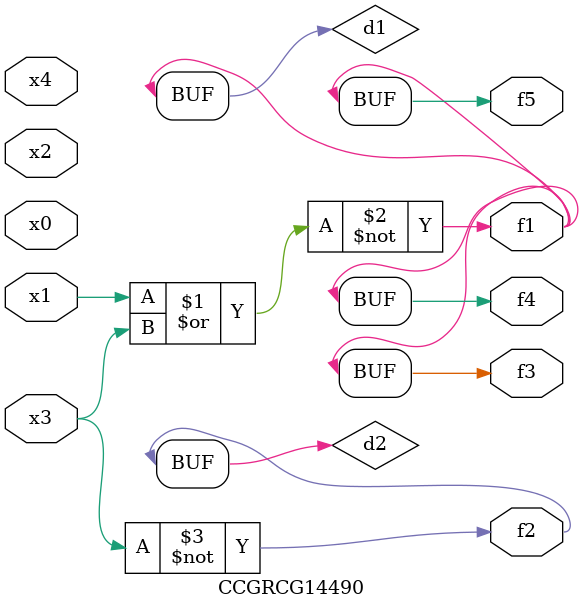
<source format=v>
module CCGRCG14490(
	input x0, x1, x2, x3, x4,
	output f1, f2, f3, f4, f5
);

	wire d1, d2;

	nor (d1, x1, x3);
	not (d2, x3);
	assign f1 = d1;
	assign f2 = d2;
	assign f3 = d1;
	assign f4 = d1;
	assign f5 = d1;
endmodule

</source>
